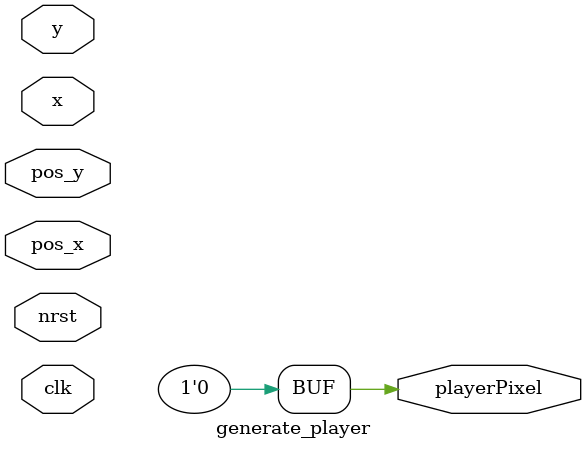
<source format=sv>
module generate_player (
  // This module intakes coordinates of the blocks containing the player and outputs the pixel the player is on
  input logic nrst,
  input logic clk,
  input logic [8:0] x,
  input logic [7:0] y, 
  input logic [2:0] pos_x, pos_y,
  output logic playerPixel
);

  // borders are still not implemented, when it is, there will be a 12 pixel shift

  // internal variables
assign playerPixel = '0;
endmodule
/*
    // must be given randomly by RNG of game logic
    `define JUMP 36
    `define CUBE 12
    
    logic [8:0] SCo = `CUBE + `JUMP* pos_x; // beginning x
    logic [7:0] SPo = `CUBE + `JUMP* pos_y; // beginning y
    logic playerDetect;                     // 1 bit since boolean 0 or 1
    logic [3:0] blockSize = `CUBE;

    // clk is needed for each of the coordinates to specify the range update is cycling through

    always_comb begin

      playerDetect = playerPixel;

      if ((x > (SCo + 9'(blockSize))) && (x < (SCo + (2 * 9'(blockSize))))
       && (y > (SPo + 8'(blockSize))) && (y < (SPo + (2 * 8'(blockSize))))) begin 
        playerDetect = 1;
      end else begin
        playerDetect = 0;
      end
    end

  // assign output
  always_ff @(posedge clk) begin
    playerPixel <= playerDetect;
  end

endmodule
</source>
